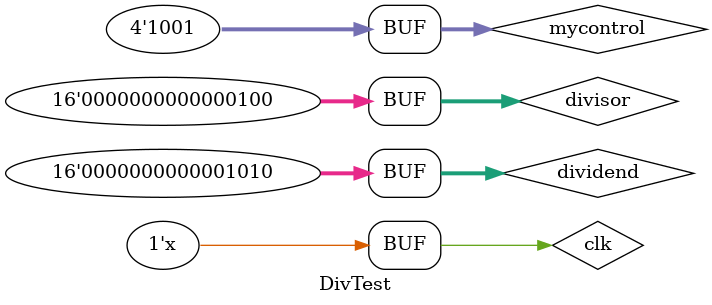
<source format=v>
`timescale 1ns / 1ps


module DivTest;

	// Inputs
	reg clk;
	reg [3:0] mycontrol;
	reg [15:0] dividend;
	reg [15:0] divisor;

	// Outputs
	wire validity;
	wire [31:0] result;

	// Instantiate the Unit Under Test (UUT)
	Divider uut (
		.clk(clk), 
		.mycontrol(mycontrol), 
		.dividend(dividend), 
		.divisor(divisor), 
		.validity(validity), 
		.result(result)
	);

	initial begin
		// Initialize Inputs
		clk = 0;
		mycontrol = 4'b1001;
		dividend = 10;
		divisor = 4;

		// Wait 100 ns for global reset to finish
		#100;
        
		// Add stimulus here

	end
		always begin
	 #10;
	 clk = ~clk;
	end
      
      
endmodule


</source>
